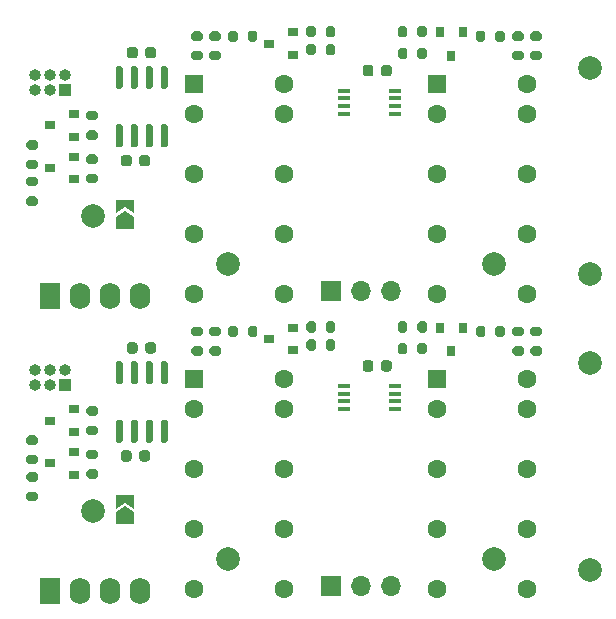
<source format=gbr>
%TF.GenerationSoftware,KiCad,Pcbnew,(5.1.10)-1*%
%TF.CreationDate,2022-01-18T18:11:06+07:00*%
%TF.ProjectId,Fan_controller_v3_pnlz1x2,46616e5f-636f-46e7-9472-6f6c6c65725f,rev?*%
%TF.SameCoordinates,Original*%
%TF.FileFunction,Soldermask,Top*%
%TF.FilePolarity,Negative*%
%FSLAX46Y46*%
G04 Gerber Fmt 4.6, Leading zero omitted, Abs format (unit mm)*
G04 Created by KiCad (PCBNEW (5.1.10)-1) date 2022-01-18 18:11:06*
%MOMM*%
%LPD*%
G01*
G04 APERTURE LIST*
%ADD10C,2.000000*%
%ADD11C,0.020000*%
%ADD12R,1.600000X1.600000*%
%ADD13C,1.600000*%
%ADD14R,1.750000X2.250000*%
%ADD15O,1.750000X2.250000*%
%ADD16R,0.900000X0.800000*%
%ADD17R,0.800000X0.900000*%
%ADD18R,1.000000X1.000000*%
%ADD19O,1.000000X1.000000*%
%ADD20R,1.100000X0.400000*%
%ADD21O,1.700000X1.700000*%
%ADD22R,1.700000X1.700000*%
G04 APERTURE END LIST*
%TO.C,C13*%
G36*
G01*
X75945000Y-67549000D02*
X75945000Y-68049000D01*
G75*
G02*
X75720000Y-68274000I-225000J0D01*
G01*
X75270000Y-68274000D01*
G75*
G02*
X75045000Y-68049000I0J225000D01*
G01*
X75045000Y-67549000D01*
G75*
G02*
X75270000Y-67324000I225000J0D01*
G01*
X75720000Y-67324000D01*
G75*
G02*
X75945000Y-67549000I0J-225000D01*
G01*
G37*
G36*
G01*
X74395000Y-67549000D02*
X74395000Y-68049000D01*
G75*
G02*
X74170000Y-68274000I-225000J0D01*
G01*
X73720000Y-68274000D01*
G75*
G02*
X73495000Y-68049000I0J225000D01*
G01*
X73495000Y-67549000D01*
G75*
G02*
X73720000Y-67324000I225000J0D01*
G01*
X74170000Y-67324000D01*
G75*
G02*
X74395000Y-67549000I0J-225000D01*
G01*
G37*
%TD*%
D10*
%TO.C,C7*%
X92741000Y-67545000D03*
X92741000Y-85045000D03*
%TD*%
D11*
%TO.C,JP1*%
G36*
X54121000Y-78729000D02*
G01*
X54121000Y-79879000D01*
X53371000Y-79379000D01*
X52621000Y-79879000D01*
X52621000Y-78729000D01*
X54121000Y-78729000D01*
G37*
G36*
X53371000Y-79679000D02*
G01*
X54121000Y-80179000D01*
X54121000Y-81179000D01*
X52621000Y-81179000D01*
X52621000Y-80179000D01*
X53371000Y-79679000D01*
G37*
%TD*%
D12*
%TO.C,K1*%
X59213000Y-68942000D03*
D13*
X59213000Y-71482000D03*
X59213000Y-76562000D03*
X59213000Y-81642000D03*
X59213000Y-86722000D03*
X66833000Y-86722000D03*
X66833000Y-81642000D03*
X66833000Y-76562000D03*
X66833000Y-71482000D03*
X66833000Y-68942000D03*
%TD*%
D14*
%TO.C,PS1*%
X47021000Y-86849000D03*
D15*
X49561000Y-86849000D03*
X52101000Y-86849000D03*
X54641000Y-86849000D03*
%TD*%
D16*
%TO.C,Q3*%
X49021000Y-77004000D03*
X49021000Y-75104000D03*
X47021000Y-76054000D03*
%TD*%
%TO.C,Q4*%
X49021000Y-73382000D03*
X49021000Y-71482000D03*
X47021000Y-72432000D03*
%TD*%
%TO.C,R6*%
G36*
G01*
X64565000Y-64603000D02*
X64565000Y-65153000D01*
G75*
G02*
X64365000Y-65353000I-200000J0D01*
G01*
X63965000Y-65353000D01*
G75*
G02*
X63765000Y-65153000I0J200000D01*
G01*
X63765000Y-64603000D01*
G75*
G02*
X63965000Y-64403000I200000J0D01*
G01*
X64365000Y-64403000D01*
G75*
G02*
X64565000Y-64603000I0J-200000D01*
G01*
G37*
G36*
G01*
X62915000Y-64603000D02*
X62915000Y-65153000D01*
G75*
G02*
X62715000Y-65353000I-200000J0D01*
G01*
X62315000Y-65353000D01*
G75*
G02*
X62115000Y-65153000I0J200000D01*
G01*
X62115000Y-64603000D01*
G75*
G02*
X62315000Y-64403000I200000J0D01*
G01*
X62715000Y-64403000D01*
G75*
G02*
X62915000Y-64603000I0J-200000D01*
G01*
G37*
%TD*%
%TO.C,R18*%
G36*
G01*
X83071000Y-65153000D02*
X83071000Y-64603000D01*
G75*
G02*
X83271000Y-64403000I200000J0D01*
G01*
X83671000Y-64403000D01*
G75*
G02*
X83871000Y-64603000I0J-200000D01*
G01*
X83871000Y-65153000D01*
G75*
G02*
X83671000Y-65353000I-200000J0D01*
G01*
X83271000Y-65353000D01*
G75*
G02*
X83071000Y-65153000I0J200000D01*
G01*
G37*
G36*
G01*
X84721000Y-65153000D02*
X84721000Y-64603000D01*
G75*
G02*
X84921000Y-64403000I200000J0D01*
G01*
X85321000Y-64403000D01*
G75*
G02*
X85521000Y-64603000I0J-200000D01*
G01*
X85521000Y-65153000D01*
G75*
G02*
X85321000Y-65353000I-200000J0D01*
G01*
X84921000Y-65353000D01*
G75*
G02*
X84721000Y-65153000I0J200000D01*
G01*
G37*
%TD*%
%TO.C,R9*%
G36*
G01*
X60716000Y-64479000D02*
X61266000Y-64479000D01*
G75*
G02*
X61466000Y-64679000I0J-200000D01*
G01*
X61466000Y-65079000D01*
G75*
G02*
X61266000Y-65279000I-200000J0D01*
G01*
X60716000Y-65279000D01*
G75*
G02*
X60516000Y-65079000I0J200000D01*
G01*
X60516000Y-64679000D01*
G75*
G02*
X60716000Y-64479000I200000J0D01*
G01*
G37*
G36*
G01*
X60716000Y-66129000D02*
X61266000Y-66129000D01*
G75*
G02*
X61466000Y-66329000I0J-200000D01*
G01*
X61466000Y-66729000D01*
G75*
G02*
X61266000Y-66929000I-200000J0D01*
G01*
X60716000Y-66929000D01*
G75*
G02*
X60516000Y-66729000I0J200000D01*
G01*
X60516000Y-66329000D01*
G75*
G02*
X60716000Y-66129000I200000J0D01*
G01*
G37*
%TD*%
%TO.C,R10*%
G36*
G01*
X59192000Y-64479000D02*
X59742000Y-64479000D01*
G75*
G02*
X59942000Y-64679000I0J-200000D01*
G01*
X59942000Y-65079000D01*
G75*
G02*
X59742000Y-65279000I-200000J0D01*
G01*
X59192000Y-65279000D01*
G75*
G02*
X58992000Y-65079000I0J200000D01*
G01*
X58992000Y-64679000D01*
G75*
G02*
X59192000Y-64479000I200000J0D01*
G01*
G37*
G36*
G01*
X59192000Y-66129000D02*
X59742000Y-66129000D01*
G75*
G02*
X59942000Y-66329000I0J-200000D01*
G01*
X59942000Y-66729000D01*
G75*
G02*
X59742000Y-66929000I-200000J0D01*
G01*
X59192000Y-66929000D01*
G75*
G02*
X58992000Y-66729000I0J200000D01*
G01*
X58992000Y-66329000D01*
G75*
G02*
X59192000Y-66129000I200000J0D01*
G01*
G37*
%TD*%
%TO.C,R19*%
G36*
G01*
X87894000Y-64479000D02*
X88444000Y-64479000D01*
G75*
G02*
X88644000Y-64679000I0J-200000D01*
G01*
X88644000Y-65079000D01*
G75*
G02*
X88444000Y-65279000I-200000J0D01*
G01*
X87894000Y-65279000D01*
G75*
G02*
X87694000Y-65079000I0J200000D01*
G01*
X87694000Y-64679000D01*
G75*
G02*
X87894000Y-64479000I200000J0D01*
G01*
G37*
G36*
G01*
X87894000Y-66129000D02*
X88444000Y-66129000D01*
G75*
G02*
X88644000Y-66329000I0J-200000D01*
G01*
X88644000Y-66729000D01*
G75*
G02*
X88444000Y-66929000I-200000J0D01*
G01*
X87894000Y-66929000D01*
G75*
G02*
X87694000Y-66729000I0J200000D01*
G01*
X87694000Y-66329000D01*
G75*
G02*
X87894000Y-66129000I200000J0D01*
G01*
G37*
%TD*%
%TO.C,R20*%
G36*
G01*
X86370000Y-64479000D02*
X86920000Y-64479000D01*
G75*
G02*
X87120000Y-64679000I0J-200000D01*
G01*
X87120000Y-65079000D01*
G75*
G02*
X86920000Y-65279000I-200000J0D01*
G01*
X86370000Y-65279000D01*
G75*
G02*
X86170000Y-65079000I0J200000D01*
G01*
X86170000Y-64679000D01*
G75*
G02*
X86370000Y-64479000I200000J0D01*
G01*
G37*
G36*
G01*
X86370000Y-66129000D02*
X86920000Y-66129000D01*
G75*
G02*
X87120000Y-66329000I0J-200000D01*
G01*
X87120000Y-66729000D01*
G75*
G02*
X86920000Y-66929000I-200000J0D01*
G01*
X86370000Y-66929000D01*
G75*
G02*
X86170000Y-66729000I0J200000D01*
G01*
X86170000Y-66329000D01*
G75*
G02*
X86370000Y-66129000I200000J0D01*
G01*
G37*
%TD*%
%TO.C,R7*%
G36*
G01*
X45222000Y-76797000D02*
X45772000Y-76797000D01*
G75*
G02*
X45972000Y-76997000I0J-200000D01*
G01*
X45972000Y-77397000D01*
G75*
G02*
X45772000Y-77597000I-200000J0D01*
G01*
X45222000Y-77597000D01*
G75*
G02*
X45022000Y-77397000I0J200000D01*
G01*
X45022000Y-76997000D01*
G75*
G02*
X45222000Y-76797000I200000J0D01*
G01*
G37*
G36*
G01*
X45222000Y-78447000D02*
X45772000Y-78447000D01*
G75*
G02*
X45972000Y-78647000I0J-200000D01*
G01*
X45972000Y-79047000D01*
G75*
G02*
X45772000Y-79247000I-200000J0D01*
G01*
X45222000Y-79247000D01*
G75*
G02*
X45022000Y-79047000I0J200000D01*
G01*
X45022000Y-78647000D01*
G75*
G02*
X45222000Y-78447000I200000J0D01*
G01*
G37*
%TD*%
D17*
%TO.C,Q6*%
X81941000Y-64560500D03*
X80041000Y-64560500D03*
X80991000Y-66560500D03*
%TD*%
%TO.C,R2*%
G36*
G01*
X68719000Y-66296000D02*
X68719000Y-65746000D01*
G75*
G02*
X68919000Y-65546000I200000J0D01*
G01*
X69319000Y-65546000D01*
G75*
G02*
X69519000Y-65746000I0J-200000D01*
G01*
X69519000Y-66296000D01*
G75*
G02*
X69319000Y-66496000I-200000J0D01*
G01*
X68919000Y-66496000D01*
G75*
G02*
X68719000Y-66296000I0J200000D01*
G01*
G37*
G36*
G01*
X70369000Y-66296000D02*
X70369000Y-65746000D01*
G75*
G02*
X70569000Y-65546000I200000J0D01*
G01*
X70969000Y-65546000D01*
G75*
G02*
X71169000Y-65746000I0J-200000D01*
G01*
X71169000Y-66296000D01*
G75*
G02*
X70969000Y-66496000I-200000J0D01*
G01*
X70569000Y-66496000D01*
G75*
G02*
X70369000Y-66296000I0J200000D01*
G01*
G37*
%TD*%
%TO.C,R4*%
G36*
G01*
X71169000Y-64222000D02*
X71169000Y-64772000D01*
G75*
G02*
X70969000Y-64972000I-200000J0D01*
G01*
X70569000Y-64972000D01*
G75*
G02*
X70369000Y-64772000I0J200000D01*
G01*
X70369000Y-64222000D01*
G75*
G02*
X70569000Y-64022000I200000J0D01*
G01*
X70969000Y-64022000D01*
G75*
G02*
X71169000Y-64222000I0J-200000D01*
G01*
G37*
G36*
G01*
X69519000Y-64222000D02*
X69519000Y-64772000D01*
G75*
G02*
X69319000Y-64972000I-200000J0D01*
G01*
X68919000Y-64972000D01*
G75*
G02*
X68719000Y-64772000I0J200000D01*
G01*
X68719000Y-64222000D01*
G75*
G02*
X68919000Y-64022000I200000J0D01*
G01*
X69319000Y-64022000D01*
G75*
G02*
X69519000Y-64222000I0J-200000D01*
G01*
G37*
%TD*%
%TO.C,R14*%
G36*
G01*
X76466000Y-66613500D02*
X76466000Y-66063500D01*
G75*
G02*
X76666000Y-65863500I200000J0D01*
G01*
X77066000Y-65863500D01*
G75*
G02*
X77266000Y-66063500I0J-200000D01*
G01*
X77266000Y-66613500D01*
G75*
G02*
X77066000Y-66813500I-200000J0D01*
G01*
X76666000Y-66813500D01*
G75*
G02*
X76466000Y-66613500I0J200000D01*
G01*
G37*
G36*
G01*
X78116000Y-66613500D02*
X78116000Y-66063500D01*
G75*
G02*
X78316000Y-65863500I200000J0D01*
G01*
X78716000Y-65863500D01*
G75*
G02*
X78916000Y-66063500I0J-200000D01*
G01*
X78916000Y-66613500D01*
G75*
G02*
X78716000Y-66813500I-200000J0D01*
G01*
X78316000Y-66813500D01*
G75*
G02*
X78116000Y-66613500I0J200000D01*
G01*
G37*
%TD*%
%TO.C,R8*%
G36*
G01*
X45772000Y-76136500D02*
X45222000Y-76136500D01*
G75*
G02*
X45022000Y-75936500I0J200000D01*
G01*
X45022000Y-75536500D01*
G75*
G02*
X45222000Y-75336500I200000J0D01*
G01*
X45772000Y-75336500D01*
G75*
G02*
X45972000Y-75536500I0J-200000D01*
G01*
X45972000Y-75936500D01*
G75*
G02*
X45772000Y-76136500I-200000J0D01*
G01*
G37*
G36*
G01*
X45772000Y-74486500D02*
X45222000Y-74486500D01*
G75*
G02*
X45022000Y-74286500I0J200000D01*
G01*
X45022000Y-73886500D01*
G75*
G02*
X45222000Y-73686500I200000J0D01*
G01*
X45772000Y-73686500D01*
G75*
G02*
X45972000Y-73886500I0J-200000D01*
G01*
X45972000Y-74286500D01*
G75*
G02*
X45772000Y-74486500I-200000J0D01*
G01*
G37*
%TD*%
%TO.C,R11*%
G36*
G01*
X50302000Y-74892000D02*
X50852000Y-74892000D01*
G75*
G02*
X51052000Y-75092000I0J-200000D01*
G01*
X51052000Y-75492000D01*
G75*
G02*
X50852000Y-75692000I-200000J0D01*
G01*
X50302000Y-75692000D01*
G75*
G02*
X50102000Y-75492000I0J200000D01*
G01*
X50102000Y-75092000D01*
G75*
G02*
X50302000Y-74892000I200000J0D01*
G01*
G37*
G36*
G01*
X50302000Y-76542000D02*
X50852000Y-76542000D01*
G75*
G02*
X51052000Y-76742000I0J-200000D01*
G01*
X51052000Y-77142000D01*
G75*
G02*
X50852000Y-77342000I-200000J0D01*
G01*
X50302000Y-77342000D01*
G75*
G02*
X50102000Y-77142000I0J200000D01*
G01*
X50102000Y-76742000D01*
G75*
G02*
X50302000Y-76542000I200000J0D01*
G01*
G37*
%TD*%
%TO.C,R12*%
G36*
G01*
X50302000Y-71209000D02*
X50852000Y-71209000D01*
G75*
G02*
X51052000Y-71409000I0J-200000D01*
G01*
X51052000Y-71809000D01*
G75*
G02*
X50852000Y-72009000I-200000J0D01*
G01*
X50302000Y-72009000D01*
G75*
G02*
X50102000Y-71809000I0J200000D01*
G01*
X50102000Y-71409000D01*
G75*
G02*
X50302000Y-71209000I200000J0D01*
G01*
G37*
G36*
G01*
X50302000Y-72859000D02*
X50852000Y-72859000D01*
G75*
G02*
X51052000Y-73059000I0J-200000D01*
G01*
X51052000Y-73459000D01*
G75*
G02*
X50852000Y-73659000I-200000J0D01*
G01*
X50302000Y-73659000D01*
G75*
G02*
X50102000Y-73459000I0J200000D01*
G01*
X50102000Y-73059000D01*
G75*
G02*
X50302000Y-72859000I200000J0D01*
G01*
G37*
%TD*%
D10*
%TO.C,TP1*%
X50640500Y-80118000D03*
%TD*%
%TO.C,R16*%
G36*
G01*
X76467000Y-64772000D02*
X76467000Y-64222000D01*
G75*
G02*
X76667000Y-64022000I200000J0D01*
G01*
X77067000Y-64022000D01*
G75*
G02*
X77267000Y-64222000I0J-200000D01*
G01*
X77267000Y-64772000D01*
G75*
G02*
X77067000Y-64972000I-200000J0D01*
G01*
X76667000Y-64972000D01*
G75*
G02*
X76467000Y-64772000I0J200000D01*
G01*
G37*
G36*
G01*
X78117000Y-64772000D02*
X78117000Y-64222000D01*
G75*
G02*
X78317000Y-64022000I200000J0D01*
G01*
X78717000Y-64022000D01*
G75*
G02*
X78917000Y-64222000I0J-200000D01*
G01*
X78917000Y-64772000D01*
G75*
G02*
X78717000Y-64972000I-200000J0D01*
G01*
X78317000Y-64972000D01*
G75*
G02*
X78117000Y-64772000I0J200000D01*
G01*
G37*
%TD*%
%TO.C,U1*%
G36*
G01*
X56523000Y-67397000D02*
X56823000Y-67397000D01*
G75*
G02*
X56973000Y-67547000I0J-150000D01*
G01*
X56973000Y-69197000D01*
G75*
G02*
X56823000Y-69347000I-150000J0D01*
G01*
X56523000Y-69347000D01*
G75*
G02*
X56373000Y-69197000I0J150000D01*
G01*
X56373000Y-67547000D01*
G75*
G02*
X56523000Y-67397000I150000J0D01*
G01*
G37*
G36*
G01*
X55253000Y-67397000D02*
X55553000Y-67397000D01*
G75*
G02*
X55703000Y-67547000I0J-150000D01*
G01*
X55703000Y-69197000D01*
G75*
G02*
X55553000Y-69347000I-150000J0D01*
G01*
X55253000Y-69347000D01*
G75*
G02*
X55103000Y-69197000I0J150000D01*
G01*
X55103000Y-67547000D01*
G75*
G02*
X55253000Y-67397000I150000J0D01*
G01*
G37*
G36*
G01*
X53983000Y-67397000D02*
X54283000Y-67397000D01*
G75*
G02*
X54433000Y-67547000I0J-150000D01*
G01*
X54433000Y-69197000D01*
G75*
G02*
X54283000Y-69347000I-150000J0D01*
G01*
X53983000Y-69347000D01*
G75*
G02*
X53833000Y-69197000I0J150000D01*
G01*
X53833000Y-67547000D01*
G75*
G02*
X53983000Y-67397000I150000J0D01*
G01*
G37*
G36*
G01*
X52713000Y-67397000D02*
X53013000Y-67397000D01*
G75*
G02*
X53163000Y-67547000I0J-150000D01*
G01*
X53163000Y-69197000D01*
G75*
G02*
X53013000Y-69347000I-150000J0D01*
G01*
X52713000Y-69347000D01*
G75*
G02*
X52563000Y-69197000I0J150000D01*
G01*
X52563000Y-67547000D01*
G75*
G02*
X52713000Y-67397000I150000J0D01*
G01*
G37*
G36*
G01*
X52713000Y-72347000D02*
X53013000Y-72347000D01*
G75*
G02*
X53163000Y-72497000I0J-150000D01*
G01*
X53163000Y-74147000D01*
G75*
G02*
X53013000Y-74297000I-150000J0D01*
G01*
X52713000Y-74297000D01*
G75*
G02*
X52563000Y-74147000I0J150000D01*
G01*
X52563000Y-72497000D01*
G75*
G02*
X52713000Y-72347000I150000J0D01*
G01*
G37*
G36*
G01*
X53983000Y-72347000D02*
X54283000Y-72347000D01*
G75*
G02*
X54433000Y-72497000I0J-150000D01*
G01*
X54433000Y-74147000D01*
G75*
G02*
X54283000Y-74297000I-150000J0D01*
G01*
X53983000Y-74297000D01*
G75*
G02*
X53833000Y-74147000I0J150000D01*
G01*
X53833000Y-72497000D01*
G75*
G02*
X53983000Y-72347000I150000J0D01*
G01*
G37*
G36*
G01*
X55253000Y-72347000D02*
X55553000Y-72347000D01*
G75*
G02*
X55703000Y-72497000I0J-150000D01*
G01*
X55703000Y-74147000D01*
G75*
G02*
X55553000Y-74297000I-150000J0D01*
G01*
X55253000Y-74297000D01*
G75*
G02*
X55103000Y-74147000I0J150000D01*
G01*
X55103000Y-72497000D01*
G75*
G02*
X55253000Y-72347000I150000J0D01*
G01*
G37*
G36*
G01*
X56523000Y-72347000D02*
X56823000Y-72347000D01*
G75*
G02*
X56973000Y-72497000I0J-150000D01*
G01*
X56973000Y-74147000D01*
G75*
G02*
X56823000Y-74297000I-150000J0D01*
G01*
X56523000Y-74297000D01*
G75*
G02*
X56373000Y-74147000I0J150000D01*
G01*
X56373000Y-72497000D01*
G75*
G02*
X56523000Y-72347000I150000J0D01*
G01*
G37*
%TD*%
%TO.C,C5*%
X62113000Y-84182000D03*
X84613000Y-84182000D03*
%TD*%
D18*
%TO.C,J2*%
X48291000Y-69450000D03*
D19*
X48291000Y-68180000D03*
X47021000Y-69450000D03*
X47021000Y-68180000D03*
X45751000Y-69450000D03*
X45751000Y-68180000D03*
%TD*%
D20*
%TO.C,U2*%
X71922000Y-69491000D03*
X71922000Y-70141000D03*
X71922000Y-70791000D03*
X71922000Y-71441000D03*
X76222000Y-71441000D03*
X76222000Y-70791000D03*
X76222000Y-70141000D03*
X76222000Y-69491000D03*
%TD*%
D21*
%TO.C,J1*%
X75850000Y-86468000D03*
X73310000Y-86468000D03*
D22*
X70770000Y-86468000D03*
%TD*%
D13*
%TO.C,K2*%
X87407000Y-68942000D03*
X87407000Y-71482000D03*
X87407000Y-76562000D03*
X87407000Y-81642000D03*
X87407000Y-86722000D03*
X79787000Y-86722000D03*
X79787000Y-81642000D03*
X79787000Y-76562000D03*
X79787000Y-71482000D03*
D12*
X79787000Y-68942000D03*
%TD*%
%TO.C,C8*%
G36*
G01*
X53530000Y-66525000D02*
X53530000Y-66025000D01*
G75*
G02*
X53755000Y-65800000I225000J0D01*
G01*
X54205000Y-65800000D01*
G75*
G02*
X54430000Y-66025000I0J-225000D01*
G01*
X54430000Y-66525000D01*
G75*
G02*
X54205000Y-66750000I-225000J0D01*
G01*
X53755000Y-66750000D01*
G75*
G02*
X53530000Y-66525000I0J225000D01*
G01*
G37*
G36*
G01*
X55080000Y-66525000D02*
X55080000Y-66025000D01*
G75*
G02*
X55305000Y-65800000I225000J0D01*
G01*
X55755000Y-65800000D01*
G75*
G02*
X55980000Y-66025000I0J-225000D01*
G01*
X55980000Y-66525000D01*
G75*
G02*
X55755000Y-66750000I-225000J0D01*
G01*
X55305000Y-66750000D01*
G75*
G02*
X55080000Y-66525000I0J225000D01*
G01*
G37*
%TD*%
%TO.C,C10*%
G36*
G01*
X53022000Y-75669000D02*
X53022000Y-75169000D01*
G75*
G02*
X53247000Y-74944000I225000J0D01*
G01*
X53697000Y-74944000D01*
G75*
G02*
X53922000Y-75169000I0J-225000D01*
G01*
X53922000Y-75669000D01*
G75*
G02*
X53697000Y-75894000I-225000J0D01*
G01*
X53247000Y-75894000D01*
G75*
G02*
X53022000Y-75669000I0J225000D01*
G01*
G37*
G36*
G01*
X54572000Y-75669000D02*
X54572000Y-75169000D01*
G75*
G02*
X54797000Y-74944000I225000J0D01*
G01*
X55247000Y-74944000D01*
G75*
G02*
X55472000Y-75169000I0J-225000D01*
G01*
X55472000Y-75669000D01*
G75*
G02*
X55247000Y-75894000I-225000J0D01*
G01*
X54797000Y-75894000D01*
G75*
G02*
X54572000Y-75669000I0J225000D01*
G01*
G37*
%TD*%
D16*
%TO.C,Q2*%
X67595000Y-66460500D03*
X67595000Y-64560500D03*
X65595000Y-65510500D03*
%TD*%
D19*
%TO.C,J2*%
X45751000Y-43180000D03*
X45751000Y-44450000D03*
X47021000Y-43180000D03*
X47021000Y-44450000D03*
X48291000Y-43180000D03*
D18*
X48291000Y-44450000D03*
%TD*%
D10*
%TO.C,C5*%
X84613000Y-59182000D03*
X62113000Y-59182000D03*
%TD*%
%TO.C,U1*%
G36*
G01*
X56523000Y-47347000D02*
X56823000Y-47347000D01*
G75*
G02*
X56973000Y-47497000I0J-150000D01*
G01*
X56973000Y-49147000D01*
G75*
G02*
X56823000Y-49297000I-150000J0D01*
G01*
X56523000Y-49297000D01*
G75*
G02*
X56373000Y-49147000I0J150000D01*
G01*
X56373000Y-47497000D01*
G75*
G02*
X56523000Y-47347000I150000J0D01*
G01*
G37*
G36*
G01*
X55253000Y-47347000D02*
X55553000Y-47347000D01*
G75*
G02*
X55703000Y-47497000I0J-150000D01*
G01*
X55703000Y-49147000D01*
G75*
G02*
X55553000Y-49297000I-150000J0D01*
G01*
X55253000Y-49297000D01*
G75*
G02*
X55103000Y-49147000I0J150000D01*
G01*
X55103000Y-47497000D01*
G75*
G02*
X55253000Y-47347000I150000J0D01*
G01*
G37*
G36*
G01*
X53983000Y-47347000D02*
X54283000Y-47347000D01*
G75*
G02*
X54433000Y-47497000I0J-150000D01*
G01*
X54433000Y-49147000D01*
G75*
G02*
X54283000Y-49297000I-150000J0D01*
G01*
X53983000Y-49297000D01*
G75*
G02*
X53833000Y-49147000I0J150000D01*
G01*
X53833000Y-47497000D01*
G75*
G02*
X53983000Y-47347000I150000J0D01*
G01*
G37*
G36*
G01*
X52713000Y-47347000D02*
X53013000Y-47347000D01*
G75*
G02*
X53163000Y-47497000I0J-150000D01*
G01*
X53163000Y-49147000D01*
G75*
G02*
X53013000Y-49297000I-150000J0D01*
G01*
X52713000Y-49297000D01*
G75*
G02*
X52563000Y-49147000I0J150000D01*
G01*
X52563000Y-47497000D01*
G75*
G02*
X52713000Y-47347000I150000J0D01*
G01*
G37*
G36*
G01*
X52713000Y-42397000D02*
X53013000Y-42397000D01*
G75*
G02*
X53163000Y-42547000I0J-150000D01*
G01*
X53163000Y-44197000D01*
G75*
G02*
X53013000Y-44347000I-150000J0D01*
G01*
X52713000Y-44347000D01*
G75*
G02*
X52563000Y-44197000I0J150000D01*
G01*
X52563000Y-42547000D01*
G75*
G02*
X52713000Y-42397000I150000J0D01*
G01*
G37*
G36*
G01*
X53983000Y-42397000D02*
X54283000Y-42397000D01*
G75*
G02*
X54433000Y-42547000I0J-150000D01*
G01*
X54433000Y-44197000D01*
G75*
G02*
X54283000Y-44347000I-150000J0D01*
G01*
X53983000Y-44347000D01*
G75*
G02*
X53833000Y-44197000I0J150000D01*
G01*
X53833000Y-42547000D01*
G75*
G02*
X53983000Y-42397000I150000J0D01*
G01*
G37*
G36*
G01*
X55253000Y-42397000D02*
X55553000Y-42397000D01*
G75*
G02*
X55703000Y-42547000I0J-150000D01*
G01*
X55703000Y-44197000D01*
G75*
G02*
X55553000Y-44347000I-150000J0D01*
G01*
X55253000Y-44347000D01*
G75*
G02*
X55103000Y-44197000I0J150000D01*
G01*
X55103000Y-42547000D01*
G75*
G02*
X55253000Y-42397000I150000J0D01*
G01*
G37*
G36*
G01*
X56523000Y-42397000D02*
X56823000Y-42397000D01*
G75*
G02*
X56973000Y-42547000I0J-150000D01*
G01*
X56973000Y-44197000D01*
G75*
G02*
X56823000Y-44347000I-150000J0D01*
G01*
X56523000Y-44347000D01*
G75*
G02*
X56373000Y-44197000I0J150000D01*
G01*
X56373000Y-42547000D01*
G75*
G02*
X56523000Y-42397000I150000J0D01*
G01*
G37*
%TD*%
%TO.C,R16*%
G36*
G01*
X78117000Y-39772000D02*
X78117000Y-39222000D01*
G75*
G02*
X78317000Y-39022000I200000J0D01*
G01*
X78717000Y-39022000D01*
G75*
G02*
X78917000Y-39222000I0J-200000D01*
G01*
X78917000Y-39772000D01*
G75*
G02*
X78717000Y-39972000I-200000J0D01*
G01*
X78317000Y-39972000D01*
G75*
G02*
X78117000Y-39772000I0J200000D01*
G01*
G37*
G36*
G01*
X76467000Y-39772000D02*
X76467000Y-39222000D01*
G75*
G02*
X76667000Y-39022000I200000J0D01*
G01*
X77067000Y-39022000D01*
G75*
G02*
X77267000Y-39222000I0J-200000D01*
G01*
X77267000Y-39772000D01*
G75*
G02*
X77067000Y-39972000I-200000J0D01*
G01*
X76667000Y-39972000D01*
G75*
G02*
X76467000Y-39772000I0J200000D01*
G01*
G37*
%TD*%
%TO.C,R14*%
G36*
G01*
X78116000Y-41613500D02*
X78116000Y-41063500D01*
G75*
G02*
X78316000Y-40863500I200000J0D01*
G01*
X78716000Y-40863500D01*
G75*
G02*
X78916000Y-41063500I0J-200000D01*
G01*
X78916000Y-41613500D01*
G75*
G02*
X78716000Y-41813500I-200000J0D01*
G01*
X78316000Y-41813500D01*
G75*
G02*
X78116000Y-41613500I0J200000D01*
G01*
G37*
G36*
G01*
X76466000Y-41613500D02*
X76466000Y-41063500D01*
G75*
G02*
X76666000Y-40863500I200000J0D01*
G01*
X77066000Y-40863500D01*
G75*
G02*
X77266000Y-41063500I0J-200000D01*
G01*
X77266000Y-41613500D01*
G75*
G02*
X77066000Y-41813500I-200000J0D01*
G01*
X76666000Y-41813500D01*
G75*
G02*
X76466000Y-41613500I0J200000D01*
G01*
G37*
%TD*%
%TO.C,R4*%
G36*
G01*
X69519000Y-39222000D02*
X69519000Y-39772000D01*
G75*
G02*
X69319000Y-39972000I-200000J0D01*
G01*
X68919000Y-39972000D01*
G75*
G02*
X68719000Y-39772000I0J200000D01*
G01*
X68719000Y-39222000D01*
G75*
G02*
X68919000Y-39022000I200000J0D01*
G01*
X69319000Y-39022000D01*
G75*
G02*
X69519000Y-39222000I0J-200000D01*
G01*
G37*
G36*
G01*
X71169000Y-39222000D02*
X71169000Y-39772000D01*
G75*
G02*
X70969000Y-39972000I-200000J0D01*
G01*
X70569000Y-39972000D01*
G75*
G02*
X70369000Y-39772000I0J200000D01*
G01*
X70369000Y-39222000D01*
G75*
G02*
X70569000Y-39022000I200000J0D01*
G01*
X70969000Y-39022000D01*
G75*
G02*
X71169000Y-39222000I0J-200000D01*
G01*
G37*
%TD*%
%TO.C,R2*%
G36*
G01*
X70369000Y-41296000D02*
X70369000Y-40746000D01*
G75*
G02*
X70569000Y-40546000I200000J0D01*
G01*
X70969000Y-40546000D01*
G75*
G02*
X71169000Y-40746000I0J-200000D01*
G01*
X71169000Y-41296000D01*
G75*
G02*
X70969000Y-41496000I-200000J0D01*
G01*
X70569000Y-41496000D01*
G75*
G02*
X70369000Y-41296000I0J200000D01*
G01*
G37*
G36*
G01*
X68719000Y-41296000D02*
X68719000Y-40746000D01*
G75*
G02*
X68919000Y-40546000I200000J0D01*
G01*
X69319000Y-40546000D01*
G75*
G02*
X69519000Y-40746000I0J-200000D01*
G01*
X69519000Y-41296000D01*
G75*
G02*
X69319000Y-41496000I-200000J0D01*
G01*
X68919000Y-41496000D01*
G75*
G02*
X68719000Y-41296000I0J200000D01*
G01*
G37*
%TD*%
D17*
%TO.C,Q6*%
X80991000Y-41560500D03*
X80041000Y-39560500D03*
X81941000Y-39560500D03*
%TD*%
D16*
%TO.C,Q2*%
X65595000Y-40510500D03*
X67595000Y-39560500D03*
X67595000Y-41460500D03*
%TD*%
%TO.C,C10*%
G36*
G01*
X54572000Y-50669000D02*
X54572000Y-50169000D01*
G75*
G02*
X54797000Y-49944000I225000J0D01*
G01*
X55247000Y-49944000D01*
G75*
G02*
X55472000Y-50169000I0J-225000D01*
G01*
X55472000Y-50669000D01*
G75*
G02*
X55247000Y-50894000I-225000J0D01*
G01*
X54797000Y-50894000D01*
G75*
G02*
X54572000Y-50669000I0J225000D01*
G01*
G37*
G36*
G01*
X53022000Y-50669000D02*
X53022000Y-50169000D01*
G75*
G02*
X53247000Y-49944000I225000J0D01*
G01*
X53697000Y-49944000D01*
G75*
G02*
X53922000Y-50169000I0J-225000D01*
G01*
X53922000Y-50669000D01*
G75*
G02*
X53697000Y-50894000I-225000J0D01*
G01*
X53247000Y-50894000D01*
G75*
G02*
X53022000Y-50669000I0J225000D01*
G01*
G37*
%TD*%
%TO.C,C8*%
G36*
G01*
X55080000Y-41525000D02*
X55080000Y-41025000D01*
G75*
G02*
X55305000Y-40800000I225000J0D01*
G01*
X55755000Y-40800000D01*
G75*
G02*
X55980000Y-41025000I0J-225000D01*
G01*
X55980000Y-41525000D01*
G75*
G02*
X55755000Y-41750000I-225000J0D01*
G01*
X55305000Y-41750000D01*
G75*
G02*
X55080000Y-41525000I0J225000D01*
G01*
G37*
G36*
G01*
X53530000Y-41525000D02*
X53530000Y-41025000D01*
G75*
G02*
X53755000Y-40800000I225000J0D01*
G01*
X54205000Y-40800000D01*
G75*
G02*
X54430000Y-41025000I0J-225000D01*
G01*
X54430000Y-41525000D01*
G75*
G02*
X54205000Y-41750000I-225000J0D01*
G01*
X53755000Y-41750000D01*
G75*
G02*
X53530000Y-41525000I0J225000D01*
G01*
G37*
%TD*%
D12*
%TO.C,K2*%
X79787000Y-43942000D03*
D13*
X79787000Y-46482000D03*
X79787000Y-51562000D03*
X79787000Y-56642000D03*
X79787000Y-61722000D03*
X87407000Y-61722000D03*
X87407000Y-56642000D03*
X87407000Y-51562000D03*
X87407000Y-46482000D03*
X87407000Y-43942000D03*
%TD*%
D22*
%TO.C,J1*%
X70770000Y-61468000D03*
D21*
X73310000Y-61468000D03*
X75850000Y-61468000D03*
%TD*%
D20*
%TO.C,U2*%
X76222000Y-44491000D03*
X76222000Y-45141000D03*
X76222000Y-45791000D03*
X76222000Y-46441000D03*
X71922000Y-46441000D03*
X71922000Y-45791000D03*
X71922000Y-45141000D03*
X71922000Y-44491000D03*
%TD*%
D10*
%TO.C,TP1*%
X50640500Y-55118000D03*
%TD*%
%TO.C,R12*%
G36*
G01*
X50302000Y-47859000D02*
X50852000Y-47859000D01*
G75*
G02*
X51052000Y-48059000I0J-200000D01*
G01*
X51052000Y-48459000D01*
G75*
G02*
X50852000Y-48659000I-200000J0D01*
G01*
X50302000Y-48659000D01*
G75*
G02*
X50102000Y-48459000I0J200000D01*
G01*
X50102000Y-48059000D01*
G75*
G02*
X50302000Y-47859000I200000J0D01*
G01*
G37*
G36*
G01*
X50302000Y-46209000D02*
X50852000Y-46209000D01*
G75*
G02*
X51052000Y-46409000I0J-200000D01*
G01*
X51052000Y-46809000D01*
G75*
G02*
X50852000Y-47009000I-200000J0D01*
G01*
X50302000Y-47009000D01*
G75*
G02*
X50102000Y-46809000I0J200000D01*
G01*
X50102000Y-46409000D01*
G75*
G02*
X50302000Y-46209000I200000J0D01*
G01*
G37*
%TD*%
%TO.C,R11*%
G36*
G01*
X50302000Y-51542000D02*
X50852000Y-51542000D01*
G75*
G02*
X51052000Y-51742000I0J-200000D01*
G01*
X51052000Y-52142000D01*
G75*
G02*
X50852000Y-52342000I-200000J0D01*
G01*
X50302000Y-52342000D01*
G75*
G02*
X50102000Y-52142000I0J200000D01*
G01*
X50102000Y-51742000D01*
G75*
G02*
X50302000Y-51542000I200000J0D01*
G01*
G37*
G36*
G01*
X50302000Y-49892000D02*
X50852000Y-49892000D01*
G75*
G02*
X51052000Y-50092000I0J-200000D01*
G01*
X51052000Y-50492000D01*
G75*
G02*
X50852000Y-50692000I-200000J0D01*
G01*
X50302000Y-50692000D01*
G75*
G02*
X50102000Y-50492000I0J200000D01*
G01*
X50102000Y-50092000D01*
G75*
G02*
X50302000Y-49892000I200000J0D01*
G01*
G37*
%TD*%
%TO.C,R8*%
G36*
G01*
X45772000Y-49486500D02*
X45222000Y-49486500D01*
G75*
G02*
X45022000Y-49286500I0J200000D01*
G01*
X45022000Y-48886500D01*
G75*
G02*
X45222000Y-48686500I200000J0D01*
G01*
X45772000Y-48686500D01*
G75*
G02*
X45972000Y-48886500I0J-200000D01*
G01*
X45972000Y-49286500D01*
G75*
G02*
X45772000Y-49486500I-200000J0D01*
G01*
G37*
G36*
G01*
X45772000Y-51136500D02*
X45222000Y-51136500D01*
G75*
G02*
X45022000Y-50936500I0J200000D01*
G01*
X45022000Y-50536500D01*
G75*
G02*
X45222000Y-50336500I200000J0D01*
G01*
X45772000Y-50336500D01*
G75*
G02*
X45972000Y-50536500I0J-200000D01*
G01*
X45972000Y-50936500D01*
G75*
G02*
X45772000Y-51136500I-200000J0D01*
G01*
G37*
%TD*%
%TO.C,R7*%
G36*
G01*
X45222000Y-53447000D02*
X45772000Y-53447000D01*
G75*
G02*
X45972000Y-53647000I0J-200000D01*
G01*
X45972000Y-54047000D01*
G75*
G02*
X45772000Y-54247000I-200000J0D01*
G01*
X45222000Y-54247000D01*
G75*
G02*
X45022000Y-54047000I0J200000D01*
G01*
X45022000Y-53647000D01*
G75*
G02*
X45222000Y-53447000I200000J0D01*
G01*
G37*
G36*
G01*
X45222000Y-51797000D02*
X45772000Y-51797000D01*
G75*
G02*
X45972000Y-51997000I0J-200000D01*
G01*
X45972000Y-52397000D01*
G75*
G02*
X45772000Y-52597000I-200000J0D01*
G01*
X45222000Y-52597000D01*
G75*
G02*
X45022000Y-52397000I0J200000D01*
G01*
X45022000Y-51997000D01*
G75*
G02*
X45222000Y-51797000I200000J0D01*
G01*
G37*
%TD*%
%TO.C,R20*%
G36*
G01*
X86370000Y-41129000D02*
X86920000Y-41129000D01*
G75*
G02*
X87120000Y-41329000I0J-200000D01*
G01*
X87120000Y-41729000D01*
G75*
G02*
X86920000Y-41929000I-200000J0D01*
G01*
X86370000Y-41929000D01*
G75*
G02*
X86170000Y-41729000I0J200000D01*
G01*
X86170000Y-41329000D01*
G75*
G02*
X86370000Y-41129000I200000J0D01*
G01*
G37*
G36*
G01*
X86370000Y-39479000D02*
X86920000Y-39479000D01*
G75*
G02*
X87120000Y-39679000I0J-200000D01*
G01*
X87120000Y-40079000D01*
G75*
G02*
X86920000Y-40279000I-200000J0D01*
G01*
X86370000Y-40279000D01*
G75*
G02*
X86170000Y-40079000I0J200000D01*
G01*
X86170000Y-39679000D01*
G75*
G02*
X86370000Y-39479000I200000J0D01*
G01*
G37*
%TD*%
%TO.C,R19*%
G36*
G01*
X87894000Y-41129000D02*
X88444000Y-41129000D01*
G75*
G02*
X88644000Y-41329000I0J-200000D01*
G01*
X88644000Y-41729000D01*
G75*
G02*
X88444000Y-41929000I-200000J0D01*
G01*
X87894000Y-41929000D01*
G75*
G02*
X87694000Y-41729000I0J200000D01*
G01*
X87694000Y-41329000D01*
G75*
G02*
X87894000Y-41129000I200000J0D01*
G01*
G37*
G36*
G01*
X87894000Y-39479000D02*
X88444000Y-39479000D01*
G75*
G02*
X88644000Y-39679000I0J-200000D01*
G01*
X88644000Y-40079000D01*
G75*
G02*
X88444000Y-40279000I-200000J0D01*
G01*
X87894000Y-40279000D01*
G75*
G02*
X87694000Y-40079000I0J200000D01*
G01*
X87694000Y-39679000D01*
G75*
G02*
X87894000Y-39479000I200000J0D01*
G01*
G37*
%TD*%
%TO.C,R10*%
G36*
G01*
X59192000Y-41129000D02*
X59742000Y-41129000D01*
G75*
G02*
X59942000Y-41329000I0J-200000D01*
G01*
X59942000Y-41729000D01*
G75*
G02*
X59742000Y-41929000I-200000J0D01*
G01*
X59192000Y-41929000D01*
G75*
G02*
X58992000Y-41729000I0J200000D01*
G01*
X58992000Y-41329000D01*
G75*
G02*
X59192000Y-41129000I200000J0D01*
G01*
G37*
G36*
G01*
X59192000Y-39479000D02*
X59742000Y-39479000D01*
G75*
G02*
X59942000Y-39679000I0J-200000D01*
G01*
X59942000Y-40079000D01*
G75*
G02*
X59742000Y-40279000I-200000J0D01*
G01*
X59192000Y-40279000D01*
G75*
G02*
X58992000Y-40079000I0J200000D01*
G01*
X58992000Y-39679000D01*
G75*
G02*
X59192000Y-39479000I200000J0D01*
G01*
G37*
%TD*%
%TO.C,R9*%
G36*
G01*
X60716000Y-41129000D02*
X61266000Y-41129000D01*
G75*
G02*
X61466000Y-41329000I0J-200000D01*
G01*
X61466000Y-41729000D01*
G75*
G02*
X61266000Y-41929000I-200000J0D01*
G01*
X60716000Y-41929000D01*
G75*
G02*
X60516000Y-41729000I0J200000D01*
G01*
X60516000Y-41329000D01*
G75*
G02*
X60716000Y-41129000I200000J0D01*
G01*
G37*
G36*
G01*
X60716000Y-39479000D02*
X61266000Y-39479000D01*
G75*
G02*
X61466000Y-39679000I0J-200000D01*
G01*
X61466000Y-40079000D01*
G75*
G02*
X61266000Y-40279000I-200000J0D01*
G01*
X60716000Y-40279000D01*
G75*
G02*
X60516000Y-40079000I0J200000D01*
G01*
X60516000Y-39679000D01*
G75*
G02*
X60716000Y-39479000I200000J0D01*
G01*
G37*
%TD*%
%TO.C,R18*%
G36*
G01*
X84721000Y-40153000D02*
X84721000Y-39603000D01*
G75*
G02*
X84921000Y-39403000I200000J0D01*
G01*
X85321000Y-39403000D01*
G75*
G02*
X85521000Y-39603000I0J-200000D01*
G01*
X85521000Y-40153000D01*
G75*
G02*
X85321000Y-40353000I-200000J0D01*
G01*
X84921000Y-40353000D01*
G75*
G02*
X84721000Y-40153000I0J200000D01*
G01*
G37*
G36*
G01*
X83071000Y-40153000D02*
X83071000Y-39603000D01*
G75*
G02*
X83271000Y-39403000I200000J0D01*
G01*
X83671000Y-39403000D01*
G75*
G02*
X83871000Y-39603000I0J-200000D01*
G01*
X83871000Y-40153000D01*
G75*
G02*
X83671000Y-40353000I-200000J0D01*
G01*
X83271000Y-40353000D01*
G75*
G02*
X83071000Y-40153000I0J200000D01*
G01*
G37*
%TD*%
%TO.C,R6*%
G36*
G01*
X62915000Y-39603000D02*
X62915000Y-40153000D01*
G75*
G02*
X62715000Y-40353000I-200000J0D01*
G01*
X62315000Y-40353000D01*
G75*
G02*
X62115000Y-40153000I0J200000D01*
G01*
X62115000Y-39603000D01*
G75*
G02*
X62315000Y-39403000I200000J0D01*
G01*
X62715000Y-39403000D01*
G75*
G02*
X62915000Y-39603000I0J-200000D01*
G01*
G37*
G36*
G01*
X64565000Y-39603000D02*
X64565000Y-40153000D01*
G75*
G02*
X64365000Y-40353000I-200000J0D01*
G01*
X63965000Y-40353000D01*
G75*
G02*
X63765000Y-40153000I0J200000D01*
G01*
X63765000Y-39603000D01*
G75*
G02*
X63965000Y-39403000I200000J0D01*
G01*
X64365000Y-39403000D01*
G75*
G02*
X64565000Y-39603000I0J-200000D01*
G01*
G37*
%TD*%
D16*
%TO.C,Q4*%
X47021000Y-47432000D03*
X49021000Y-46482000D03*
X49021000Y-48382000D03*
%TD*%
%TO.C,Q3*%
X47021000Y-51054000D03*
X49021000Y-50104000D03*
X49021000Y-52004000D03*
%TD*%
D15*
%TO.C,PS1*%
X54641000Y-61849000D03*
X52101000Y-61849000D03*
X49561000Y-61849000D03*
D14*
X47021000Y-61849000D03*
%TD*%
D13*
%TO.C,K1*%
X66833000Y-43942000D03*
X66833000Y-46482000D03*
X66833000Y-51562000D03*
X66833000Y-56642000D03*
X66833000Y-61722000D03*
X59213000Y-61722000D03*
X59213000Y-56642000D03*
X59213000Y-51562000D03*
X59213000Y-46482000D03*
D12*
X59213000Y-43942000D03*
%TD*%
D11*
%TO.C,JP1*%
G36*
X53371000Y-54679000D02*
G01*
X54121000Y-55179000D01*
X54121000Y-56179000D01*
X52621000Y-56179000D01*
X52621000Y-55179000D01*
X53371000Y-54679000D01*
G37*
G36*
X54121000Y-53729000D02*
G01*
X54121000Y-54879000D01*
X53371000Y-54379000D01*
X52621000Y-54879000D01*
X52621000Y-53729000D01*
X54121000Y-53729000D01*
G37*
%TD*%
D10*
%TO.C,C7*%
X92741000Y-60045000D03*
X92741000Y-42545000D03*
%TD*%
%TO.C,C13*%
G36*
G01*
X74395000Y-42549000D02*
X74395000Y-43049000D01*
G75*
G02*
X74170000Y-43274000I-225000J0D01*
G01*
X73720000Y-43274000D01*
G75*
G02*
X73495000Y-43049000I0J225000D01*
G01*
X73495000Y-42549000D01*
G75*
G02*
X73720000Y-42324000I225000J0D01*
G01*
X74170000Y-42324000D01*
G75*
G02*
X74395000Y-42549000I0J-225000D01*
G01*
G37*
G36*
G01*
X75945000Y-42549000D02*
X75945000Y-43049000D01*
G75*
G02*
X75720000Y-43274000I-225000J0D01*
G01*
X75270000Y-43274000D01*
G75*
G02*
X75045000Y-43049000I0J225000D01*
G01*
X75045000Y-42549000D01*
G75*
G02*
X75270000Y-42324000I225000J0D01*
G01*
X75720000Y-42324000D01*
G75*
G02*
X75945000Y-42549000I0J-225000D01*
G01*
G37*
%TD*%
M02*

</source>
